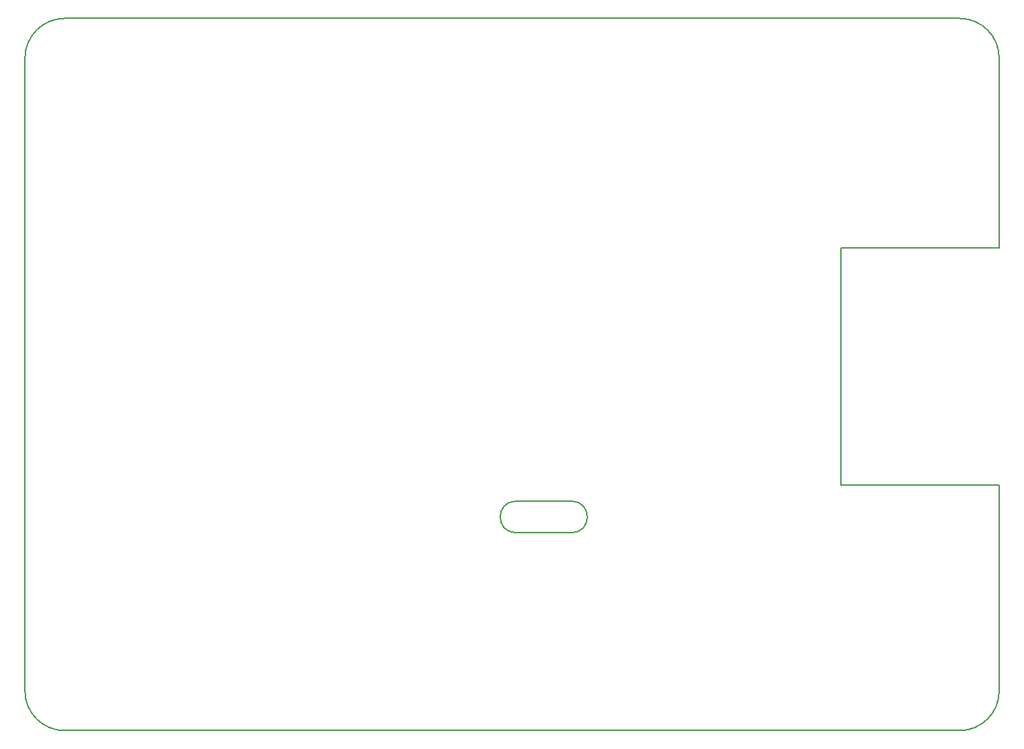
<source format=gbr>
G04 #@! TF.GenerationSoftware,KiCad,Pcbnew,(5.0.1)-3*
G04 #@! TF.CreationDate,2021-05-27T11:26:18+02:00*
G04 #@! TF.ProjectId,mega328 400w load,6D6567613332382034303077206C6F61,rev?*
G04 #@! TF.SameCoordinates,Original*
G04 #@! TF.FileFunction,Profile,NP*
%FSLAX46Y46*%
G04 Gerber Fmt 4.6, Leading zero omitted, Abs format (unit mm)*
G04 Created by KiCad (PCBNEW (5.0.1)-3) date 27/05/2021 11:26:18*
%MOMM*%
%LPD*%
G01*
G04 APERTURE LIST*
%ADD10C,0.150000*%
G04 APERTURE END LIST*
D10*
X129000000Y-104000000D02*
G75*
G02X129000000Y-100000000I0J2000000D01*
G01*
X136000000Y-100000000D02*
G75*
G02X136000000Y-104000000I0J-2000000D01*
G01*
X136000000Y-104000000D02*
X129000000Y-104000000D01*
X129000000Y-100000000D02*
X136000000Y-100000000D01*
X67000000Y-44000000D02*
G75*
G02X72000000Y-39000000I5000000J0D01*
G01*
X185000000Y-39000000D02*
G75*
G02X190000000Y-44000000I0J-5000000D01*
G01*
X190000000Y-124000000D02*
G75*
G02X185000000Y-129000000I-5000000J0D01*
G01*
X72000000Y-129000000D02*
G75*
G02X67000000Y-124000000I0J5000000D01*
G01*
X67000000Y-124000000D02*
X67000000Y-44000000D01*
X185000000Y-129000000D02*
X72000000Y-129000000D01*
X190000000Y-98000000D02*
X190000000Y-124000000D01*
X170000000Y-98000000D02*
X190000000Y-98000000D01*
X170000000Y-68000000D02*
X170000000Y-98000000D01*
X190000000Y-68000000D02*
X170000000Y-68000000D01*
X190000000Y-44000000D02*
X190000000Y-68000000D01*
X185000000Y-39000000D02*
X72000000Y-39000000D01*
M02*

</source>
